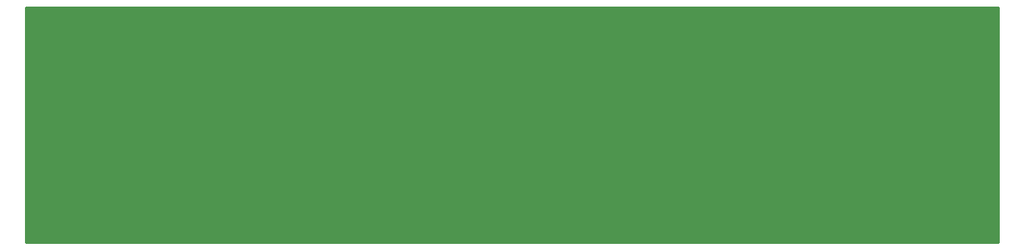
<source format=gbr>
%FSLAX34Y34*%
%MOMM*%
%LNOUTLINE*%
G71*
G01*
%ADD10C, 0.200*%
%ADD11C, 0.400*%
%LPD*%
G54D10*
X40000Y300000D02*
X1160000Y300000D01*
X1160000Y30000D01*
X40000Y30000D01*
X40000Y300000D01*
G36*
X40000Y300000D02*
X1160000Y300000D01*
X1160000Y30000D01*
X40000Y30000D01*
X40000Y300000D01*
G37*
G54D11*
X40000Y300000D02*
X1160000Y300000D01*
X1160000Y30000D01*
X40000Y30000D01*
X40000Y300000D01*
M02*

</source>
